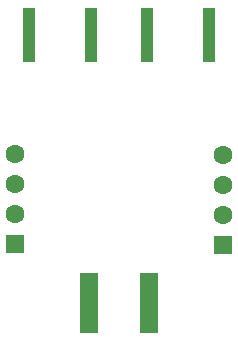
<source format=gbr>
%TF.GenerationSoftware,KiCad,Pcbnew,(5.1.6-rc1-6-g4e217d402)-1*%
%TF.CreationDate,2020-05-13T12:01:09-04:00*%
%TF.ProjectId,RF_Switch,52465f53-7769-4746-9368-2e6b69636164,rev?*%
%TF.SameCoordinates,Original*%
%TF.FileFunction,Soldermask,Bot*%
%TF.FilePolarity,Negative*%
%FSLAX46Y46*%
G04 Gerber Fmt 4.6, Leading zero omitted, Abs format (unit mm)*
G04 Created by KiCad (PCBNEW (5.1.6-rc1-6-g4e217d402)-1) date 2020-05-13 12:01:09*
%MOMM*%
%LPD*%
G01*
G04 APERTURE LIST*
%ADD10R,1.600000X5.180000*%
%ADD11R,1.100000X4.660000*%
%ADD12R,1.600000X1.600000*%
%ADD13C,1.600000*%
G04 APERTURE END LIST*
D10*
%TO.C,J3*%
X162460000Y-85000000D03*
X167540000Y-85000000D03*
%TD*%
D11*
%TO.C,J4*%
X172620000Y-62300000D03*
X167380000Y-62300000D03*
%TD*%
%TO.C,J1*%
X162620000Y-62300000D03*
X157380000Y-62300000D03*
%TD*%
D12*
%TO.C,J5*%
X173800000Y-80080000D03*
D13*
X173800000Y-77540000D03*
X173800000Y-75000000D03*
X173800000Y-72460000D03*
%TD*%
D12*
%TO.C,J2*%
X156200000Y-80000000D03*
D13*
X156200000Y-77460000D03*
X156200000Y-74920000D03*
X156200000Y-72380000D03*
%TD*%
M02*

</source>
